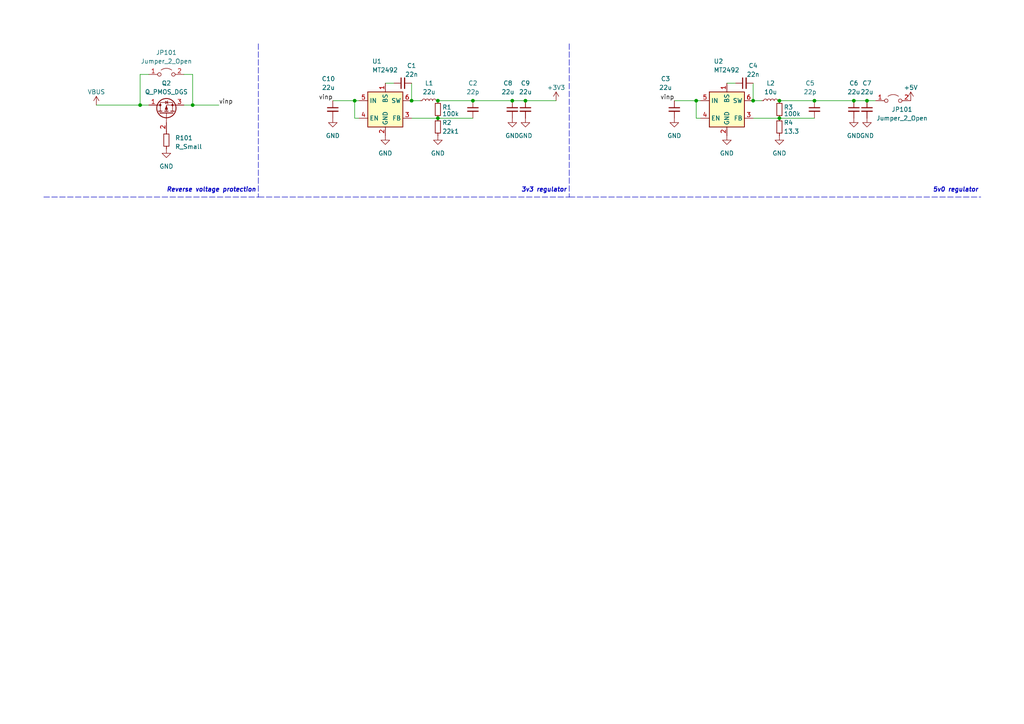
<source format=kicad_sch>
(kicad_sch (version 20230121) (generator eeschema)
  (paper "A4")
  (lib_symbols
    (symbol "Device:C_Small" (pin_numbers hide) (pin_names (offset 0.254) hide)
      (property "Reference" "C" (at 0.254 1.778 0))
      (property "Value" "C_Small" (at 0.254 -2.032 0))
      (symbol "C_Small_0_1"
        (polyline (pts (xy -1.524 -0.508) (xy 1.524 -0.508)) (stroke (width 0.3302)))
        (polyline (pts (xy -1.524 0.508) (xy 1.524 0.508)) (stroke (width 0.3048)))
      )
      (symbol "C_Small_1_1"
        (pin passive line (at 0 2.54 270) (length 2.032) (name "~") (number "1"))
        (pin passive line (at 0 -2.54 90) (length 2.032) (name "~") (number "2"))
      )
    )
    (symbol "Device:L_Small" (pin_numbers hide) (pin_names (offset 0.254) hide)
      (property "Reference" "L" (at 0.762 1.016 0))
      (property "Value" "L_Small" (at 0.762 -1.016 0))
      (symbol "L_Small_0_1"
        (arc (start 0 -2.032) (mid 0.5058 -1.524) (end 0 -1.016))
        (arc (start 0 -1.016) (mid 0.5058 -0.508) (end 0 0))
        (arc (start 0 0) (mid 0.5058 0.508) (end 0 1.016))
        (arc (start 0 1.016) (mid 0.5058 1.524) (end 0 2.032))
      )
      (symbol "L_Small_1_1"
        (pin passive line (at 0 2.54 270) (length 0.508) (name "~") (number "1"))
        (pin passive line (at 0 -2.54 90) (length 0.508) (name "~") (number "2"))
      )
    )
    (symbol "Device:Q_PMOS_DGS" (pin_names (offset 0) hide)
      (property "Reference" "Q" (at 5.08 1.27 0))
      (property "Value" "Q_PMOS_DGS" (at 5.08 -1.27 0))
      (symbol "Q_PMOS_DGS_0_1"
        (polyline (pts (xy 0.254 0) (xy -2.54 0)))
        (polyline (pts (xy 0.254 1.905) (xy 0.254 -1.905)) (stroke (width 0.254)))
        (polyline (pts (xy 0.762 -1.27) (xy 0.762 -2.286)) (stroke (width 0.254)))
        (polyline (pts (xy 0.762 0.508) (xy 0.762 -0.508)) (stroke (width 0.254)))
        (polyline (pts (xy 0.762 2.286) (xy 0.762 1.27)) (stroke (width 0.254)))
        (polyline (pts (xy 2.54 2.54) (xy 2.54 1.778)))
        (polyline (pts (xy 2.54 -2.54) (xy 2.54 0) (xy 0.762 0)))
        (polyline (pts (xy 0.762 1.778) (xy 3.302 1.778) (xy 3.302 -1.778) (xy 0.762 -1.778)))
        (polyline (pts (xy 2.286 0) (xy 1.27 0.381) (xy 1.27 -0.381) (xy 2.286 0)) (fill (type outline)))
        (polyline (pts (xy 2.794 -0.508) (xy 2.921 -0.381) (xy 3.683 -0.381) (xy 3.81 -0.254)))
        (polyline (pts (xy 3.302 -0.381) (xy 2.921 0.254) (xy 3.683 0.254) (xy 3.302 -0.381)))
        (circle (center 1.651 0) (radius 2.794) (stroke (width 0.254)))
        (circle (center 2.54 -1.778) (radius 0.254) (fill (type outline)))
        (circle (center 2.54 1.778) (radius 0.254) (fill (type outline)))
      )
      (symbol "Q_PMOS_DGS_1_1"
        (pin passive line (at 2.54 5.08 270) (length 2.54) (name "D") (number "1"))
        (pin input line (at -5.08 0 0) (length 2.54) (name "G") (number "2"))
        (pin passive line (at 2.54 -5.08 90) (length 2.54) (name "S") (number "3"))
      )
    )
    (symbol "Device:R_Small" (pin_numbers hide) (pin_names (offset 0.254) hide)
      (property "Reference" "R" (at 0.762 0.508 0))
      (property "Value" "R_Small" (at 0.762 -1.016 0))
      (symbol "R_Small_0_1"
        (rectangle (start -0.762 1.778) (end 0.762 -1.778) (stroke (width 0.2032)))
      )
      (symbol "R_Small_1_1"
        (pin passive line (at 0 2.54 270) (length 0.762) (name "~") (number "1"))
        (pin passive line (at 0 -2.54 90) (length 0.762) (name "~") (number "2"))
      )
    )
    (symbol "Jumper:Jumper_2_Open" (pin_names (offset 0) hide)
      (property "Reference" "JP" (at 0 2.794 0))
      (property "Value" "Jumper_2_Open" (at 0 -2.286 0))
      (symbol "Jumper_2_Open_0_0"
        (circle (center -2.032 0) (radius 0.508))
        (circle (center 2.032 0) (radius 0.508))
      )
      (symbol "Jumper_2_Open_0_1"
        (arc (start 1.524 1.27) (mid 0 1.778) (end -1.524 1.27))
      )
      (symbol "Jumper_2_Open_1_1"
        (pin passive line (at -5.08 0 0) (length 2.54) (name "A") (number "1"))
        (pin passive line (at 5.08 0 180) (length 2.54) (name "B") (number "2"))
      )
    )
    (symbol "impulse:mt2492"
      (property "Reference" "U" (at 0 0 0))
      (property "Value" "MT2492" (at 0 -2.54 0))
      (symbol "mt2492_0_1"
        (rectangle (start -5.08 -11.43) (end 5.08 -21.59) (stroke (width 0.254)) (fill (type background)))
      )
      (symbol "mt2492_1_1"
        (pin input line (at 0 -8.89 270) (length 2.54) (name "BS") (number "1"))
        (pin power_in line (at 0 -24.13 90) (length 2.54) (name "GND") (number "2"))
        (pin input line (at 7.62 -19.05 180) (length 2.54) (name "FB") (number "3"))
        (pin input line (at -7.62 -19.05 0) (length 2.54) (name "EN") (number "4"))
        (pin power_in line (at -7.62 -13.97 0) (length 2.54) (name "IN") (number "5"))
        (pin passive line (at 7.62 -13.97 180) (length 2.54) (name "SW") (number "6"))
      )
    )
    (symbol "power:+3V3" (power) (pin_names (offset 0))
      (property "Value" "+3V3" (at 0 3.556 0))
      (symbol "+3V3_0_1"
        (polyline (pts (xy -0.762 1.27) (xy 0 2.54)))
        (polyline (pts (xy 0 0) (xy 0 2.54)))
        (polyline (pts (xy 0 2.54) (xy 0.762 1.27)))
      )
      (symbol "+3V3_1_1"
        (pin power_in line (at 0 0 90) (length 0) hide (name "+3V3") (number "1"))
      )
    )
    (symbol "power:+5V" (power) (pin_names (offset 0))
      (property "Value" "+5V" (at 0 3.556 0))
      (symbol "+5V_0_1"
        (polyline (pts (xy -0.762 1.27) (xy 0 2.54)))
        (polyline (pts (xy 0 0) (xy 0 2.54)))
        (polyline (pts (xy 0 2.54) (xy 0.762 1.27)))
      )
      (symbol "+5V_1_1"
        (pin power_in line (at 0 0 90) (length 0) hide (name "+5V") (number "1"))
      )
    )
    (symbol "power:GND" (power) (pin_names (offset 0))
      (property "Value" "GND" (at 0 -3.81 0))
      (symbol "GND_0_1"
        (polyline (pts (xy 0 0) (xy 0 -1.27) (xy 1.27 -1.27) (xy 0 -2.54) (xy -1.27 -1.27) (xy 0 -1.27)))
      )
      (symbol "GND_1_1"
        (pin power_in line (at 0 0 270) (length 0) hide (name "GND") (number "1"))
      )
    )
    (symbol "power:VBUS" (power) (pin_names (offset 0))
      (property "Value" "VBUS" (at 0 3.81 0))
      (symbol "VBUS_0_1"
        (polyline (pts (xy -0.762 1.27) (xy 0 2.54)))
        (polyline (pts (xy 0 0) (xy 0 2.54)))
        (polyline (pts (xy 0 2.54) (xy 0.762 1.27)))
      )
      (symbol "VBUS_1_1"
        (pin power_in line (at 0 0 90) (length 0) hide (name "VBUS") (number "1"))
      )
    )
  )
  (junction (at 251.46 29.21))
  (junction (at 152.4 29.21))
  (junction (at 236.22 29.21))
  (junction (at 55.88 30.48))
  (junction (at 119.38 29.21))
  (junction (at 127 29.21))
  (junction (at 201.93 29.21))
  (junction (at 148.59 29.21))
  (junction (at 218.44 29.21))
  (junction (at 226.06 29.21))
  (junction (at 40.64 30.48))
  (junction (at 247.65 29.21))
  (junction (at 226.06 34.29))
  (junction (at 102.87 29.21))
  (junction (at 127 34.29))
  (junction (at 137.16 29.21))
  (wire (pts (xy 55.88 30.48) (xy 53.34 30.48)))
  (wire (pts (xy 236.22 29.21) (xy 247.65 29.21)))
  (wire (pts (xy 102.87 29.21) (xy 104.14 29.21)))
  (wire (pts (xy 119.38 29.21) (xy 121.92 29.21)))
  (wire (pts (xy 40.64 21.59) (xy 40.64 30.48)))
  (wire (pts (xy 127 34.29) (xy 137.16 34.29)))
  (wire (pts (xy 195.58 29.21) (xy 201.93 29.21)))
  (wire (pts (xy 152.4 29.21) (xy 161.29 29.21)))
  (wire (pts (xy 210.82 24.13) (xy 213.36 24.13)))
  (wire (pts (xy 111.76 24.13) (xy 114.3 24.13)))
  (wire (pts (xy 201.93 34.29) (xy 201.93 29.21)))
  (polyline (pts (xy 165.1 57.15) (xy 284.48 57.15)) (stroke (width 0) (type dash)))
  (wire (pts (xy 119.38 34.29) (xy 127 34.29)))
  (wire (pts (xy 119.38 24.13) (xy 119.38 29.21)))
  (polyline (pts (xy 165.1 12.7) (xy 165.1 57.15)) (stroke (width 0) (type dash)))
  (wire (pts (xy 203.2 34.29) (xy 201.93 34.29)))
  (wire (pts (xy 102.87 34.29) (xy 102.87 29.21)))
  (wire (pts (xy 40.64 30.48) (xy 43.18 30.48)))
  (wire (pts (xy 218.44 29.21) (xy 220.98 29.21)))
  (wire (pts (xy 55.88 30.48) (xy 63.5 30.48)))
  (wire (pts (xy 127 29.21) (xy 137.16 29.21)))
  (polyline (pts (xy 74.93 57.15) (xy 165.1 57.15)) (stroke (width 0) (type dash)))
  (wire (pts (xy 226.06 34.29) (xy 236.22 34.29)))
  (wire (pts (xy 96.52 29.21) (xy 102.87 29.21)))
  (wire (pts (xy 55.88 21.59) (xy 55.88 30.48)))
  (wire (pts (xy 148.59 29.21) (xy 152.4 29.21)))
  (wire (pts (xy 251.46 29.21) (xy 254 29.21)))
  (polyline (pts (xy 12.7 57.15) (xy 74.93 57.15)) (stroke (width 0) (type dash)))
  (wire (pts (xy 43.18 21.59) (xy 40.64 21.59)))
  (wire (pts (xy 55.88 21.59) (xy 53.34 21.59)))
  (wire (pts (xy 247.65 29.21) (xy 251.46 29.21)))
  (wire (pts (xy 137.16 29.21) (xy 148.59 29.21)))
  (wire (pts (xy 27.94 30.48) (xy 40.64 30.48)))
  (wire (pts (xy 218.44 24.13) (xy 218.44 29.21)))
  (wire (pts (xy 201.93 29.21) (xy 203.2 29.21)))
  (polyline (pts (xy 74.93 12.7) (xy 74.93 57.15)) (stroke (width 0) (type dash)))
  (wire (pts (xy 218.44 34.29) (xy 226.06 34.29)))
  (wire (pts (xy 226.06 29.21) (xy 236.22 29.21)))
  (wire (pts (xy 104.14 34.29) (xy 102.87 34.29)))
  (text "5v0 regulator" (at 270.51 55.88 0) (effects (font (size 1.27 1.27) (thickness 0.254) bold italic) (justify left bottom)))
  (text "3v3 regulator" (at 151.13 55.88 0) (effects (font (size 1.27 1.27) (thickness 0.254) bold italic) (justify left bottom)))
  (text "Reverse voltage protection" (at 48.26 55.88 0) (effects (font (size 1.27 1.27) (thickness 0.254) bold italic) (justify left bottom)))
  (label "vinp" (at 195.58 29.21 180))
  (label "vinp" (at 96.52 29.21 180))
  (label "vinp" (at 63.5 30.48 0))
  (symbol (lib_id "power:GND") (at 195.58 34.29 0) (unit 1)
    (property "Reference" "#PWR05" (effects hide))
    (property "Value" "GND" (at 195.58 39.37 0))
  )
  (symbol (lib_id "power:+3V3") (at 161.29 29.21 0) (unit 1)
    (property "Reference" "#PWR011" (effects hide))
    (property "Value" "+3V3" (at 161.29 25.4 0))
  )
  (symbol (lib_id "Device:R_Small") (at 127 36.83 0) (unit 1)
    (property "Reference" "R2" (at 128.27 35.56 0) (effects (justify left)))
    (property "Value" "22k1" (at 128.27 38.1 0) (effects (justify left)))
  )
  (symbol (lib_id "power:GND") (at 226.06 39.37 0) (unit 1)
    (property "Reference" "#PWR07" (effects hide))
    (property "Value" "GND" (at 226.06 44.45 0))
  )
  (symbol (lib_id "power:GND") (at 48.26 43.18 0) (unit 1)
    (property "Reference" "#PWR0102" (effects hide))
    (property "Value" "GND" (at 48.26 48.26 0))
    (instances (project "valentine" (path "" (reference "#PWR0102") (unit 1))) (project "impulse" (path "" (reference "#PWR015") (unit 1))))
  )
  (symbol (lib_id "Device:L_Small") (at 124.46 29.21 90) (unit 1)
    (property "Reference" "L1" (at 124.46 24.13 90))
    (property "Value" "22u" (at 124.46 26.67 90))
  )
  (symbol (lib_id "power:+5V") (at 264.16 29.21 0) (unit 1)
    (property "Reference" "#PWR010" (effects hide))
    (property "Value" "+5V" (at 264.16 25.4 0))
  )
  (symbol (lib_id "power:GND") (at 96.52 34.29 0) (unit 1)
    (property "Reference" "#PWR026" (effects hide))
    (property "Value" "GND" (at 96.52 39.37 0))
  )
  (symbol (lib_id "Device:C_Small") (at 96.52 31.75 0) (unit 1)
    (property "Reference" "C10" (at 95.25 22.86 0))
    (property "Value" "22u" (at 95.25 25.4 0))
  )
  (symbol (lib_id "Device:C_Small") (at 247.65 31.75 0) (unit 1)
    (property "Reference" "C6" (at 247.65 24.13 0))
    (property "Value" "22u" (at 247.65 26.67 0))
  )
  (symbol (lib_id "impulse:mt2492") (at 210.82 15.24 0) (unit 1)
    (property "Reference" "U2" (at 207.01 17.78 0) (effects (justify left)))
    (property "Value" "MT2492" (at 207.01 20.32 0) (effects (justify left)))
    (property "Datasheet" "https://datasheet.lcsc.com/lcsc/2212101330_XI-AN-Aerosemi-Tech-MT2492_C89358.pdf" (effects hide))
  )
  (symbol (lib_id "power:VBUS") (at 27.94 30.48 0) (unit 1)
    (property "Reference" "#PWR014" (effects hide))
    (property "Value" "VBUS" (at 27.94 26.67 0))
  )
  (symbol (lib_id "Device:C_Small") (at 195.58 31.75 0) (unit 1)
    (property "Reference" "C3" (at 193.04 22.86 0))
    (property "Value" "22u" (at 193.04 25.4 0))
  )
  (symbol (lib_id "Device:C_Small") (at 137.16 31.75 0) (unit 1)
    (property "Reference" "C2" (at 137.16 24.13 0))
    (property "Value" "22p" (at 137.16 26.67 0))
  )
  (symbol (lib_id "Device:R_Small") (at 127 31.75 0) (unit 1)
    (property "Reference" "R1" (at 128.27 31.115 0) (effects (justify left)))
    (property "Value" "100k" (at 128.27 33.02 0) (effects (justify left)))
  )
  (symbol (lib_id "Device:L_Small") (at 223.52 29.21 90) (unit 1)
    (property "Reference" "L2" (at 223.52 24.13 90))
    (property "Value" "10u" (at 223.52 26.67 90))
  )
  (symbol (lib_id "Jumper:Jumper_2_Open") (at 48.26 21.59 0) (unit 1)
    (property "Reference" "JP101" (at 48.26 15.24 0))
    (property "Value" "Jumper_2_Open" (at 48.26 17.78 0))
    (property "Footprint" "Jumper:SolderJumper-2_P1.3mm_Open_TrianglePad1.0x1.5mm" (effects hide))
    (instances (project "valentine" (path "" (reference "JP101") (unit 1))) (project "impulse" (path "" (reference "JP1") (unit 1))))
  )
  (symbol (lib_id "Device:C_Small") (at 148.59 31.75 0) (unit 1)
    (property "Reference" "C8" (at 147.32 24.13 0))
    (property "Value" "22u" (at 147.32 26.67 0))
  )
  (symbol (lib_id "Device:C_Small") (at 152.4 31.75 0) (unit 1)
    (property "Reference" "C9" (at 152.4 24.13 0))
    (property "Value" "22u" (at 152.4 26.67 0))
  )
  (symbol (lib_id "Device:C_Small") (at 116.84 24.13 90) (unit 1)
    (property "Reference" "C1" (at 119.38 19.05 90))
    (property "Value" "22n" (at 119.38 21.59 90))
  )
  (symbol (lib_id "power:GND") (at 152.4 34.29 0) (unit 1)
    (property "Reference" "#PWR04" (effects hide))
    (property "Value" "GND" (at 152.4 39.37 0))
  )
  (symbol (lib_id "impulse:mt2492") (at 111.76 15.24 0) (unit 1)
    (property "Reference" "U1" (at 107.95 17.78 0) (effects (justify left)))
    (property "Value" "MT2492" (at 107.95 20.32 0) (effects (justify left)))
    (property "Datasheet" "https://datasheet.lcsc.com/lcsc/2212101330_XI-AN-Aerosemi-Tech-MT2492_C89358.pdf" (effects hide))
  )
  (symbol (lib_id "Jumper:Jumper_2_Open") (at 259.08 29.21 0) (unit 1)
    (property "Reference" "JP101" (at 261.62 31.75 0))
    (property "Value" "Jumper_2_Open" (at 261.62 34.29 0))
    (property "Footprint" "Jumper:SolderJumper-2_P1.3mm_Open_TrianglePad1.0x1.5mm" (effects hide))
    (instances (project "valentine" (path "" (reference "JP101") (unit 1))) (project "impulse" (path "" (reference "JP2") (unit 1))))
  )
  (symbol (lib_id "Device:C_Small") (at 215.9 24.13 90) (unit 1)
    (property "Reference" "C4" (at 218.44 19.05 90))
    (property "Value" "22n" (at 218.44 21.59 90))
  )
  (symbol (lib_id "Device:C_Small") (at 251.46 31.75 0) (unit 1)
    (property "Reference" "C7" (at 251.46 24.13 0))
    (property "Value" "22u" (at 251.46 26.67 0))
  )
  (symbol (lib_id "Device:R_Small") (at 226.06 36.83 0) (unit 1)
    (property "Reference" "R4" (at 227.33 35.56 0) (effects (justify left)))
    (property "Value" "13.3" (at 227.33 38.1 0) (effects (justify left)))
  )
  (symbol (lib_id "power:GND") (at 111.76 39.37 0) (unit 1)
    (property "Reference" "#PWR01" (effects hide))
    (property "Value" "GND" (at 111.76 44.45 0))
  )
  (symbol (lib_id "Device:R_Small") (at 226.06 31.75 0) (unit 1)
    (property "Reference" "R3" (at 227.33 31.115 0) (effects (justify left)))
    (property "Value" "100k" (at 227.33 33.02 0) (effects (justify left)))
  )
  (symbol (lib_id "power:GND") (at 210.82 39.37 0) (unit 1)
    (property "Reference" "#PWR06" (effects hide))
    (property "Value" "GND" (at 210.82 44.45 0))
  )
  (symbol (lib_id "Device:C_Small") (at 236.22 31.75 0) (unit 1)
    (property "Reference" "C5" (at 234.95 24.13 0))
    (property "Value" "22p" (at 234.95 26.67 0))
  )
  (symbol (lib_id "power:GND") (at 251.46 34.29 0) (unit 1)
    (property "Reference" "#PWR09" (effects hide))
    (property "Value" "GND" (at 251.46 39.37 0))
  )
  (symbol (lib_id "power:GND") (at 247.65 34.29 0) (unit 1)
    (property "Reference" "#PWR08" (effects hide))
    (property "Value" "GND" (at 247.65 39.37 0))
  )
  (symbol (lib_id "Device:Q_PMOS_DGS") (at 48.26 33.02 90) (unit 1)
    (property "Reference" "Q2" (at 48.26 24.13 90))
    (property "Value" "Q_PMOS_DGS" (at 48.26 26.67 90))
  )
  (symbol (lib_id "Device:R_Small") (at 48.26 40.64 0) (unit 1)
    (property "Reference" "R101" (at 50.8 40.005 0) (effects (justify left)))
    (property "Value" "R_Small" (at 50.8 42.545 0) (effects (justify left)))
    (property "Footprint" "Resistor_SMD:R_0603_1608Metric" (effects hide))
    (instances (project "valentine" (path "" (reference "R101") (unit 1))) (project "impulse" (path "" (reference "R7") (unit 1))))
  )
  (symbol (lib_id "power:GND") (at 127 39.37 0) (unit 1)
    (property "Reference" "#PWR02" (effects hide))
    (property "Value" "GND" (at 127 44.45 0))
  )
  (symbol (lib_id "power:GND") (at 148.59 34.29 0) (unit 1)
    (property "Reference" "#PWR03" (effects hide))
    (property "Value" "GND" (at 148.59 39.37 0))
  )
)
</source>
